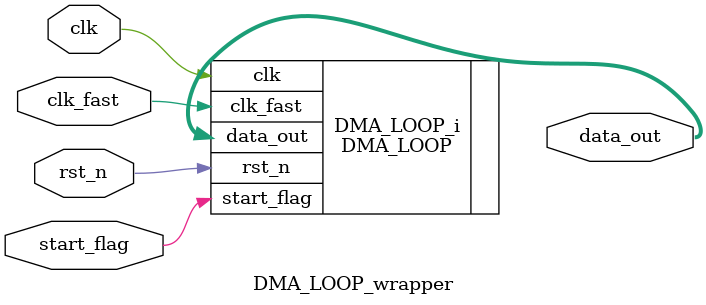
<source format=v>
`timescale 1 ps / 1 ps

module DMA_LOOP_wrapper
   (clk,
    clk_fast,
    data_out,
    rst_n,
    start_flag);
  input clk;
  input clk_fast;
  output [31:0]data_out;
  input rst_n;
  input start_flag;

  wire clk;
  wire clk_fast;
  wire [31:0]data_out;
  wire rst_n;
  wire start_flag;

  DMA_LOOP DMA_LOOP_i
       (.clk(clk),
        .clk_fast(clk_fast),
        .data_out(data_out),
        .rst_n(rst_n),
        .start_flag(start_flag));
endmodule

</source>
